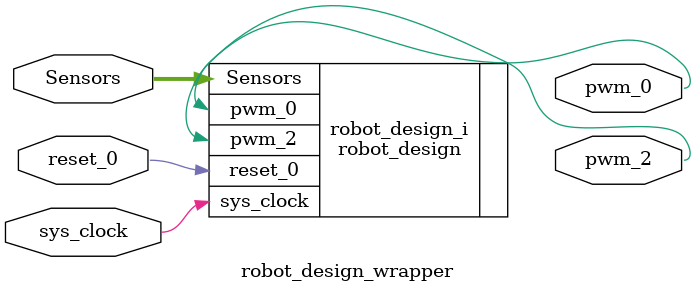
<source format=v>
`timescale 1 ps / 1 ps

module robot_design_wrapper
   (Sensors,
    pwm_0,
    pwm_2,
    reset_0,
    sys_clock);
  input [3:0]Sensors;
  output pwm_0;
  output pwm_2;
  input reset_0;
  input sys_clock;

  wire [3:0]Sensors;
  wire pwm_0;
  wire pwm_2;
  wire reset_0;
  wire sys_clock;

  robot_design robot_design_i
       (.Sensors(Sensors),
        .pwm_0(pwm_0),
        .pwm_2(pwm_2),
        .reset_0(reset_0),
        .sys_clock(sys_clock));
endmodule

</source>
